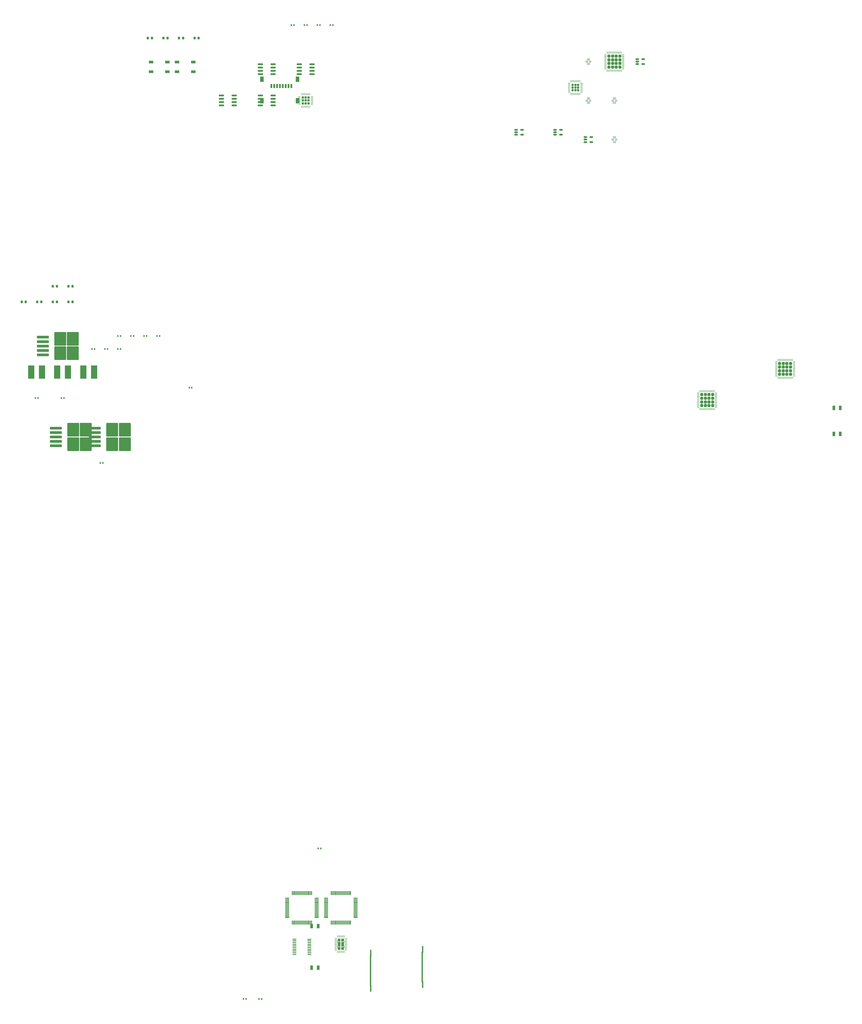
<source format=gtp>
%TF.GenerationSoftware,KiCad,Pcbnew,9.0.6*%
%TF.CreationDate,2025-12-01T13:51:19+09:00*%
%TF.ProjectId,fcBoard,6663426f-6172-4642-9e6b-696361645f70,0.2*%
%TF.SameCoordinates,Original*%
%TF.FileFunction,Paste,Top*%
%TF.FilePolarity,Positive*%
%FSLAX46Y46*%
G04 Gerber Fmt 4.6, Leading zero omitted, Abs format (unit mm)*
G04 Created by KiCad (PCBNEW 9.0.6) date 2025-12-01 13:51:19*
%MOMM*%
%LPD*%
G01*
G04 APERTURE LIST*
G04 Aperture macros list*
%AMRoundRect*
0 Rectangle with rounded corners*
0 $1 Rounding radius*
0 $2 $3 $4 $5 $6 $7 $8 $9 X,Y pos of 4 corners*
0 Add a 4 corners polygon primitive as box body*
4,1,4,$2,$3,$4,$5,$6,$7,$8,$9,$2,$3,0*
0 Add four circle primitives for the rounded corners*
1,1,$1+$1,$2,$3*
1,1,$1+$1,$4,$5*
1,1,$1+$1,$6,$7*
1,1,$1+$1,$8,$9*
0 Add four rect primitives between the rounded corners*
20,1,$1+$1,$2,$3,$4,$5,0*
20,1,$1+$1,$4,$5,$6,$7,0*
20,1,$1+$1,$6,$7,$8,$9,0*
20,1,$1+$1,$8,$9,$2,$3,0*%
G04 Aperture macros list end*
%ADD10RoundRect,0.218750X-0.218750X-0.256250X0.218750X-0.256250X0.218750X0.256250X-0.218750X0.256250X0*%
%ADD11RoundRect,0.100000X-0.637500X-0.100000X0.637500X-0.100000X0.637500X0.100000X-0.637500X0.100000X0*%
%ADD12RoundRect,0.207500X-0.207500X-0.207500X0.207500X-0.207500X0.207500X0.207500X-0.207500X0.207500X0*%
%ADD13RoundRect,0.062500X-0.375000X-0.062500X0.375000X-0.062500X0.375000X0.062500X-0.375000X0.062500X0*%
%ADD14RoundRect,0.062500X-0.062500X-0.375000X0.062500X-0.375000X0.062500X0.375000X-0.062500X0.375000X0*%
%ADD15RoundRect,0.075000X-0.700000X-0.075000X0.700000X-0.075000X0.700000X0.075000X-0.700000X0.075000X0*%
%ADD16RoundRect,0.075000X-0.075000X-0.700000X0.075000X-0.700000X0.075000X0.700000X-0.075000X0.700000X0*%
%ADD17R,1.000000X1.800000*%
%ADD18RoundRect,0.150000X-0.512500X-0.150000X0.512500X-0.150000X0.512500X0.150000X-0.512500X0.150000X0*%
%ADD19RoundRect,0.135000X-0.135000X-0.185000X0.135000X-0.185000X0.135000X0.185000X-0.135000X0.185000X0*%
%ADD20RoundRect,0.250000X-2.025000X-2.375000X2.025000X-2.375000X2.025000X2.375000X-2.025000X2.375000X0*%
%ADD21RoundRect,0.250000X-2.050000X-0.300000X2.050000X-0.300000X2.050000X0.300000X-2.050000X0.300000X0*%
%ADD22R,2.350000X5.100000*%
%ADD23RoundRect,0.150000X-0.825000X-0.150000X0.825000X-0.150000X0.825000X0.150000X-0.825000X0.150000X0*%
%ADD24RoundRect,0.140000X-0.140000X-0.170000X0.140000X-0.170000X0.140000X0.170000X-0.140000X0.170000X0*%
%ADD25RoundRect,0.250000X-0.315000X-0.315000X0.315000X-0.315000X0.315000X0.315000X-0.315000X0.315000X0*%
%ADD26RoundRect,0.225000X-0.225000X-0.225000X0.225000X-0.225000X0.225000X0.225000X-0.225000X0.225000X0*%
%ADD27RoundRect,0.062500X-0.337500X-0.062500X0.337500X-0.062500X0.337500X0.062500X-0.337500X0.062500X0*%
%ADD28RoundRect,0.062500X-0.062500X-0.337500X0.062500X-0.337500X0.062500X0.337500X-0.062500X0.337500X0*%
%ADD29R,0.800000X1.500000*%
%ADD30R,1.450000X2.000000*%
%ADD31R,1.700000X1.000000*%
%ADD32RoundRect,0.050000X-0.437500X-0.050000X0.437500X-0.050000X0.437500X0.050000X-0.437500X0.050000X0*%
%ADD33RoundRect,0.050000X-0.337500X-0.050000X0.337500X-0.050000X0.337500X0.050000X-0.337500X0.050000X0*%
%ADD34RoundRect,0.050000X-0.050000X-0.337500X0.050000X-0.337500X0.050000X0.337500X-0.050000X0.337500X0*%
%ADD35RoundRect,0.250000X-0.295000X-0.295000X0.295000X-0.295000X0.295000X0.295000X-0.295000X0.295000X0*%
%ADD36RoundRect,0.062500X-0.350000X-0.062500X0.350000X-0.062500X0.350000X0.062500X-0.350000X0.062500X0*%
%ADD37RoundRect,0.062500X-0.062500X-0.350000X0.062500X-0.350000X0.062500X0.350000X-0.062500X0.350000X0*%
%ADD38R,0.500000X2.800000*%
%ADD39R,0.600000X2.600000*%
G04 APERTURE END LIST*
D10*
%TO.C,D16*%
X32467500Y-128945000D03*
X34042500Y-128945000D03*
%TD*%
D11*
%TO.C,U42*%
X119507500Y-374215000D03*
X119507500Y-374865000D03*
X119507500Y-375515000D03*
X119507500Y-376165000D03*
X119507500Y-376815000D03*
X119507500Y-377465000D03*
X119507500Y-378115000D03*
X119507500Y-378765000D03*
X119507500Y-379415000D03*
X119507500Y-380065000D03*
X125232500Y-380065000D03*
X125232500Y-379415000D03*
X125232500Y-378765000D03*
X125232500Y-378115000D03*
X125232500Y-377465000D03*
X125232500Y-376815000D03*
X125232500Y-376165000D03*
X125232500Y-375515000D03*
X125232500Y-374865000D03*
X125232500Y-374215000D03*
%TD*%
D12*
%TO.C,U1*%
X226640000Y-45480000D03*
X226640000Y-46510000D03*
X226640000Y-47540000D03*
X227670000Y-45480000D03*
X227670000Y-46510000D03*
X227670000Y-47540000D03*
X228700000Y-45480000D03*
X228700000Y-46510000D03*
X228700000Y-47540000D03*
D13*
X225232500Y-44760000D03*
X225232500Y-45260000D03*
X225232500Y-45760000D03*
X225232500Y-46260000D03*
X225232500Y-46760000D03*
X225232500Y-47260000D03*
X225232500Y-47760000D03*
X225232500Y-48260000D03*
D14*
X225920000Y-48947500D03*
X226420000Y-48947500D03*
X226920000Y-48947500D03*
X227420000Y-48947500D03*
X227920000Y-48947500D03*
X228420000Y-48947500D03*
X228920000Y-48947500D03*
X229420000Y-48947500D03*
D13*
X230107500Y-48260000D03*
X230107500Y-47760000D03*
X230107500Y-47260000D03*
X230107500Y-46760000D03*
X230107500Y-46260000D03*
X230107500Y-45760000D03*
X230107500Y-45260000D03*
X230107500Y-44760000D03*
D14*
X229420000Y-44072500D03*
X228920000Y-44072500D03*
X228420000Y-44072500D03*
X227920000Y-44072500D03*
X227420000Y-44072500D03*
X226920000Y-44072500D03*
X226420000Y-44072500D03*
X225920000Y-44072500D03*
%TD*%
D15*
%TO.C,U43*%
X131695000Y-358390000D03*
X131695000Y-358890000D03*
X131695000Y-359390000D03*
X131695000Y-359890000D03*
X131695000Y-360390000D03*
X131695000Y-360890000D03*
X131695000Y-361390000D03*
X131695000Y-361890000D03*
X131695000Y-362390000D03*
X131695000Y-362890000D03*
X131695000Y-363390000D03*
X131695000Y-363890000D03*
X131695000Y-364390000D03*
X131695000Y-364890000D03*
X131695000Y-365390000D03*
X131695000Y-365890000D03*
D16*
X133620000Y-367815000D03*
X134120000Y-367815000D03*
X134620000Y-367815000D03*
X135120000Y-367815000D03*
X135620000Y-367815000D03*
X136120000Y-367815000D03*
X136620000Y-367815000D03*
X137120000Y-367815000D03*
X137620000Y-367815000D03*
X138120000Y-367815000D03*
X138620000Y-367815000D03*
X139120000Y-367815000D03*
X139620000Y-367815000D03*
X140120000Y-367815000D03*
X140620000Y-367815000D03*
X141120000Y-367815000D03*
D15*
X143045000Y-365890000D03*
X143045000Y-365390000D03*
X143045000Y-364890000D03*
X143045000Y-364390000D03*
X143045000Y-363890000D03*
X143045000Y-363390000D03*
X143045000Y-362890000D03*
X143045000Y-362390000D03*
X143045000Y-361890000D03*
X143045000Y-361390000D03*
X143045000Y-360890000D03*
X143045000Y-360390000D03*
X143045000Y-359890000D03*
X143045000Y-359390000D03*
X143045000Y-358890000D03*
X143045000Y-358390000D03*
D16*
X141120000Y-356465000D03*
X140620000Y-356465000D03*
X140120000Y-356465000D03*
X139620000Y-356465000D03*
X139120000Y-356465000D03*
X138620000Y-356465000D03*
X138120000Y-356465000D03*
X137620000Y-356465000D03*
X137120000Y-356465000D03*
X136620000Y-356465000D03*
X136120000Y-356465000D03*
X135620000Y-356465000D03*
X135120000Y-356465000D03*
X134620000Y-356465000D03*
X134120000Y-356465000D03*
X133620000Y-356465000D03*
%TD*%
D17*
%TO.C,Y10*%
X128620000Y-385140000D03*
X126120000Y-385140000D03*
%TD*%
%TO.C,Y9*%
X128620000Y-369140000D03*
X126120000Y-369140000D03*
%TD*%
D18*
%TO.C,U8*%
X251532500Y-35560000D03*
X251532500Y-36510000D03*
X251532500Y-37460000D03*
X253807500Y-37460000D03*
X253807500Y-35560000D03*
%TD*%
D19*
%TO.C,R4*%
X133315000Y-22445000D03*
X134335000Y-22445000D03*
%TD*%
D17*
%TO.C,Y2*%
X329650000Y-179740000D03*
X327150000Y-179740000D03*
%TD*%
D19*
%TO.C,R20*%
X46545000Y-147115000D03*
X47565000Y-147115000D03*
%TD*%
%TO.C,R3*%
X128315000Y-22445000D03*
X129335000Y-22445000D03*
%TD*%
%TO.C,R2*%
X123315000Y-22445000D03*
X124335000Y-22445000D03*
%TD*%
D20*
%TO.C,U26*%
X29330000Y-143170000D03*
X29330000Y-148720000D03*
X34180000Y-143170000D03*
X34180000Y-148720000D03*
D21*
X22605000Y-142545000D03*
X22605000Y-144245000D03*
X22605000Y-145945000D03*
X22605000Y-147645000D03*
X22605000Y-149345000D03*
%TD*%
D19*
%TO.C,R1*%
X118315000Y-22445000D03*
X119335000Y-22445000D03*
%TD*%
D17*
%TO.C,Y1*%
X329650000Y-169740000D03*
X327150000Y-169740000D03*
%TD*%
D22*
%TO.C,L6*%
X38180000Y-155945000D03*
X42330000Y-155945000D03*
%TD*%
D10*
%TO.C,D12*%
X32467500Y-122945000D03*
X34042500Y-122945000D03*
%TD*%
D23*
%TO.C,U13*%
X106350000Y-37540000D03*
X106350000Y-38810000D03*
X106350000Y-40080000D03*
X106350000Y-41350000D03*
X111300000Y-41350000D03*
X111300000Y-40080000D03*
X111300000Y-38810000D03*
X111300000Y-37540000D03*
%TD*%
D18*
%TO.C,U9*%
X204865000Y-62730000D03*
X204865000Y-63680000D03*
X204865000Y-64630000D03*
X207140000Y-64630000D03*
X207140000Y-62730000D03*
%TD*%
D22*
%TO.C,L5*%
X28180000Y-155945000D03*
X32330000Y-155945000D03*
%TD*%
D10*
%TO.C,D11*%
X26467500Y-122945000D03*
X28042500Y-122945000D03*
%TD*%
D24*
%TO.C,C37*%
X105890000Y-397140000D03*
X106850000Y-397140000D03*
%TD*%
%TO.C,C23*%
X44775000Y-190945000D03*
X45735000Y-190945000D03*
%TD*%
D20*
%TO.C,U28*%
X49330000Y-178170000D03*
X49330000Y-183720000D03*
X54180000Y-178170000D03*
X54180000Y-183720000D03*
D21*
X42605000Y-177545000D03*
X42605000Y-179245000D03*
X42605000Y-180945000D03*
X42605000Y-182645000D03*
X42605000Y-184345000D03*
%TD*%
D25*
%TO.C,U11*%
X306300000Y-152640000D03*
X306300000Y-154040000D03*
X306300000Y-155440000D03*
X306300000Y-156840000D03*
X307700000Y-152640000D03*
X307700000Y-154040000D03*
X307700000Y-155440000D03*
X307700000Y-156840000D03*
X309100000Y-152640000D03*
X309100000Y-154040000D03*
X309100000Y-155440000D03*
X309100000Y-156840000D03*
X310500000Y-152640000D03*
X310500000Y-154040000D03*
X310500000Y-155440000D03*
X310500000Y-156840000D03*
D13*
X304962500Y-151990000D03*
X304962500Y-152490000D03*
X304962500Y-152990000D03*
X304962500Y-153490000D03*
X304962500Y-153990000D03*
X304962500Y-154490000D03*
X304962500Y-154990000D03*
X304962500Y-155490000D03*
X304962500Y-155990000D03*
X304962500Y-156490000D03*
X304962500Y-156990000D03*
X304962500Y-157490000D03*
D14*
X305650000Y-158177500D03*
X306150000Y-158177500D03*
X306650000Y-158177500D03*
X307150000Y-158177500D03*
X307650000Y-158177500D03*
X308150000Y-158177500D03*
X308650000Y-158177500D03*
X309150000Y-158177500D03*
X309650000Y-158177500D03*
X310150000Y-158177500D03*
X310650000Y-158177500D03*
X311150000Y-158177500D03*
D13*
X311837500Y-157490000D03*
X311837500Y-156990000D03*
X311837500Y-156490000D03*
X311837500Y-155990000D03*
X311837500Y-155490000D03*
X311837500Y-154990000D03*
X311837500Y-154490000D03*
X311837500Y-153990000D03*
X311837500Y-153490000D03*
X311837500Y-152990000D03*
X311837500Y-152490000D03*
X311837500Y-151990000D03*
D14*
X311150000Y-151302500D03*
X310650000Y-151302500D03*
X310150000Y-151302500D03*
X309650000Y-151302500D03*
X309150000Y-151302500D03*
X308650000Y-151302500D03*
X308150000Y-151302500D03*
X307650000Y-151302500D03*
X307150000Y-151302500D03*
X306650000Y-151302500D03*
X306150000Y-151302500D03*
X305650000Y-151302500D03*
%TD*%
D19*
%TO.C,R17*%
X61545000Y-142115000D03*
X62565000Y-142115000D03*
%TD*%
D26*
%TO.C,U17*%
X122705000Y-50325000D03*
X122705000Y-51445000D03*
X122705000Y-52565000D03*
X123825000Y-50325000D03*
X123825000Y-51445000D03*
X123825000Y-52565000D03*
X124945000Y-50325000D03*
X124945000Y-51445000D03*
X124945000Y-52565000D03*
D27*
X121375000Y-49945000D03*
X121375000Y-50445000D03*
X121375000Y-50945000D03*
X121375000Y-51445000D03*
X121375000Y-51945000D03*
X121375000Y-52445000D03*
X121375000Y-52945000D03*
D28*
X122325000Y-53895000D03*
X122825000Y-53895000D03*
X123325000Y-53895000D03*
X123825000Y-53895000D03*
X124325000Y-53895000D03*
X124825000Y-53895000D03*
X125325000Y-53895000D03*
D27*
X126275000Y-52945000D03*
X126275000Y-52445000D03*
X126275000Y-51945000D03*
X126275000Y-51445000D03*
X126275000Y-50945000D03*
X126275000Y-50445000D03*
X126275000Y-49945000D03*
D28*
X125325000Y-48995000D03*
X124825000Y-48995000D03*
X124325000Y-48995000D03*
X123825000Y-48995000D03*
X123325000Y-48995000D03*
X122825000Y-48995000D03*
X122325000Y-48995000D03*
%TD*%
D19*
%TO.C,R16*%
X56545000Y-142115000D03*
X57565000Y-142115000D03*
%TD*%
D18*
%TO.C,U7*%
X231532500Y-65560000D03*
X231532500Y-66510000D03*
X231532500Y-67460000D03*
X233807500Y-67460000D03*
X233807500Y-65560000D03*
%TD*%
D10*
%TO.C,D3*%
X75037500Y-27445000D03*
X76612500Y-27445000D03*
%TD*%
D25*
%TO.C,U12*%
X276300000Y-164640000D03*
X276300000Y-166040000D03*
X276300000Y-167440000D03*
X276300000Y-168840000D03*
X277700000Y-164640000D03*
X277700000Y-166040000D03*
X277700000Y-167440000D03*
X277700000Y-168840000D03*
X279100000Y-164640000D03*
X279100000Y-166040000D03*
X279100000Y-167440000D03*
X279100000Y-168840000D03*
X280500000Y-164640000D03*
X280500000Y-166040000D03*
X280500000Y-167440000D03*
X280500000Y-168840000D03*
D13*
X274962500Y-163990000D03*
X274962500Y-164490000D03*
X274962500Y-164990000D03*
X274962500Y-165490000D03*
X274962500Y-165990000D03*
X274962500Y-166490000D03*
X274962500Y-166990000D03*
X274962500Y-167490000D03*
X274962500Y-167990000D03*
X274962500Y-168490000D03*
X274962500Y-168990000D03*
X274962500Y-169490000D03*
D14*
X275650000Y-170177500D03*
X276150000Y-170177500D03*
X276650000Y-170177500D03*
X277150000Y-170177500D03*
X277650000Y-170177500D03*
X278150000Y-170177500D03*
X278650000Y-170177500D03*
X279150000Y-170177500D03*
X279650000Y-170177500D03*
X280150000Y-170177500D03*
X280650000Y-170177500D03*
X281150000Y-170177500D03*
D13*
X281837500Y-169490000D03*
X281837500Y-168990000D03*
X281837500Y-168490000D03*
X281837500Y-167990000D03*
X281837500Y-167490000D03*
X281837500Y-166990000D03*
X281837500Y-166490000D03*
X281837500Y-165990000D03*
X281837500Y-165490000D03*
X281837500Y-164990000D03*
X281837500Y-164490000D03*
X281837500Y-163990000D03*
D14*
X281150000Y-163302500D03*
X280650000Y-163302500D03*
X280150000Y-163302500D03*
X279650000Y-163302500D03*
X279150000Y-163302500D03*
X278650000Y-163302500D03*
X278150000Y-163302500D03*
X277650000Y-163302500D03*
X277150000Y-163302500D03*
X276650000Y-163302500D03*
X276150000Y-163302500D03*
X275650000Y-163302500D03*
%TD*%
D19*
%TO.C,R18*%
X66545000Y-142115000D03*
X67565000Y-142115000D03*
%TD*%
D29*
%TO.C,J11*%
X110625000Y-45895000D03*
X111725000Y-45895000D03*
X112825000Y-45895000D03*
X113925000Y-45895000D03*
X115025000Y-45895000D03*
X116125000Y-45895000D03*
X117225000Y-45895000D03*
X118325000Y-45895000D03*
D30*
X106950000Y-43295000D03*
X106950000Y-51595000D03*
X120700000Y-43295000D03*
X120700000Y-51595000D03*
%TD*%
D31*
%TO.C,SW2*%
X74280000Y-36630000D03*
X80580000Y-36630000D03*
X74280000Y-40430000D03*
X80580000Y-40430000D03*
%TD*%
D10*
%TO.C,D4*%
X81037500Y-27445000D03*
X82612500Y-27445000D03*
%TD*%
D32*
%TO.C,U5*%
X232107500Y-36310000D03*
D33*
X232007500Y-36710000D03*
D34*
X232270000Y-37372500D03*
X232670000Y-37372500D03*
X233070000Y-37372500D03*
D33*
X233332500Y-36710000D03*
X233332500Y-36310000D03*
D34*
X233070000Y-35647500D03*
X232670000Y-35647500D03*
X232270000Y-35647500D03*
%TD*%
D25*
%TO.C,U2*%
X240570000Y-34410000D03*
X240570000Y-35810000D03*
X240570000Y-37210000D03*
X240570000Y-38610000D03*
X241970000Y-34410000D03*
X241970000Y-35810000D03*
X241970000Y-37210000D03*
X241970000Y-38610000D03*
X243370000Y-34410000D03*
X243370000Y-35810000D03*
X243370000Y-37210000D03*
X243370000Y-38610000D03*
X244770000Y-34410000D03*
X244770000Y-35810000D03*
X244770000Y-37210000D03*
X244770000Y-38610000D03*
D13*
X239232500Y-33760000D03*
X239232500Y-34260000D03*
X239232500Y-34760000D03*
X239232500Y-35260000D03*
X239232500Y-35760000D03*
X239232500Y-36260000D03*
X239232500Y-36760000D03*
X239232500Y-37260000D03*
X239232500Y-37760000D03*
X239232500Y-38260000D03*
X239232500Y-38760000D03*
X239232500Y-39260000D03*
D14*
X239920000Y-39947500D03*
X240420000Y-39947500D03*
X240920000Y-39947500D03*
X241420000Y-39947500D03*
X241920000Y-39947500D03*
X242420000Y-39947500D03*
X242920000Y-39947500D03*
X243420000Y-39947500D03*
X243920000Y-39947500D03*
X244420000Y-39947500D03*
X244920000Y-39947500D03*
X245420000Y-39947500D03*
D13*
X246107500Y-39260000D03*
X246107500Y-38760000D03*
X246107500Y-38260000D03*
X246107500Y-37760000D03*
X246107500Y-37260000D03*
X246107500Y-36760000D03*
X246107500Y-36260000D03*
X246107500Y-35760000D03*
X246107500Y-35260000D03*
X246107500Y-34760000D03*
X246107500Y-34260000D03*
X246107500Y-33760000D03*
D14*
X245420000Y-33072500D03*
X244920000Y-33072500D03*
X244420000Y-33072500D03*
X243920000Y-33072500D03*
X243420000Y-33072500D03*
X242920000Y-33072500D03*
X242420000Y-33072500D03*
X241920000Y-33072500D03*
X241420000Y-33072500D03*
X240920000Y-33072500D03*
X240420000Y-33072500D03*
X239920000Y-33072500D03*
%TD*%
D32*
%TO.C,U4*%
X242107500Y-66310000D03*
D33*
X242007500Y-66710000D03*
D34*
X242270000Y-67372500D03*
X242670000Y-67372500D03*
X243070000Y-67372500D03*
D33*
X243332500Y-66710000D03*
X243332500Y-66310000D03*
D34*
X243070000Y-65647500D03*
X242670000Y-65647500D03*
X242270000Y-65647500D03*
%TD*%
D18*
%TO.C,U10*%
X219865000Y-62730000D03*
X219865000Y-63680000D03*
X219865000Y-64630000D03*
X222140000Y-64630000D03*
X222140000Y-62730000D03*
%TD*%
D19*
%TO.C,R15*%
X51545000Y-142115000D03*
X52565000Y-142115000D03*
%TD*%
%TO.C,R21*%
X51545000Y-147115000D03*
X52565000Y-147115000D03*
%TD*%
D10*
%TO.C,D14*%
X20467500Y-128945000D03*
X22042500Y-128945000D03*
%TD*%
%TO.C,D13*%
X14467500Y-128945000D03*
X16042500Y-128945000D03*
%TD*%
D24*
%TO.C,C20*%
X19775000Y-165945000D03*
X20735000Y-165945000D03*
%TD*%
D23*
%TO.C,U14*%
X121350000Y-37540000D03*
X121350000Y-38810000D03*
X121350000Y-40080000D03*
X121350000Y-41350000D03*
X126300000Y-41350000D03*
X126300000Y-40080000D03*
X126300000Y-38810000D03*
X126300000Y-37540000D03*
%TD*%
D35*
%TO.C,U44*%
X136695000Y-376465000D03*
X136695000Y-377815000D03*
X138045000Y-376465000D03*
X138045000Y-377815000D03*
D36*
X135407500Y-375890000D03*
X135407500Y-376390000D03*
X135407500Y-376890000D03*
X135407500Y-377390000D03*
X135407500Y-377890000D03*
X135407500Y-378390000D03*
D37*
X136120000Y-379102500D03*
X136620000Y-379102500D03*
X137120000Y-379102500D03*
X137620000Y-379102500D03*
X138120000Y-379102500D03*
X138620000Y-379102500D03*
D36*
X139332500Y-378390000D03*
X139332500Y-377890000D03*
X139332500Y-377390000D03*
X139332500Y-376890000D03*
X139332500Y-376390000D03*
X139332500Y-375890000D03*
D37*
X138620000Y-375177500D03*
X138120000Y-375177500D03*
X137620000Y-375177500D03*
X137120000Y-375177500D03*
X136620000Y-375177500D03*
X136120000Y-375177500D03*
%TD*%
D20*
%TO.C,U27*%
X34330000Y-178170000D03*
X34330000Y-183720000D03*
X39180000Y-178170000D03*
X39180000Y-183720000D03*
D21*
X27605000Y-177545000D03*
X27605000Y-179245000D03*
X27605000Y-180945000D03*
X27605000Y-182645000D03*
X27605000Y-184345000D03*
%TD*%
D10*
%TO.C,D2*%
X69037500Y-27445000D03*
X70612500Y-27445000D03*
%TD*%
D31*
%TO.C,SW1*%
X64280000Y-36630000D03*
X70580000Y-36630000D03*
X64280000Y-40430000D03*
X70580000Y-40430000D03*
%TD*%
D35*
%TO.C,U45*%
X136695000Y-374465000D03*
X136695000Y-375815000D03*
X138045000Y-374465000D03*
X138045000Y-375815000D03*
D36*
X135407500Y-373890000D03*
X135407500Y-374390000D03*
X135407500Y-374890000D03*
X135407500Y-375390000D03*
X135407500Y-375890000D03*
X135407500Y-376390000D03*
D37*
X136120000Y-377102500D03*
X136620000Y-377102500D03*
X137120000Y-377102500D03*
X137620000Y-377102500D03*
X138120000Y-377102500D03*
X138620000Y-377102500D03*
D36*
X139332500Y-376390000D03*
X139332500Y-375890000D03*
X139332500Y-375390000D03*
X139332500Y-374890000D03*
X139332500Y-374390000D03*
X139332500Y-373890000D03*
D37*
X138620000Y-373177500D03*
X138120000Y-373177500D03*
X137620000Y-373177500D03*
X137120000Y-373177500D03*
X136620000Y-373177500D03*
X136120000Y-373177500D03*
%TD*%
D15*
%TO.C,U41*%
X116695000Y-358390000D03*
X116695000Y-358890000D03*
X116695000Y-359390000D03*
X116695000Y-359890000D03*
X116695000Y-360390000D03*
X116695000Y-360890000D03*
X116695000Y-361390000D03*
X116695000Y-361890000D03*
X116695000Y-362390000D03*
X116695000Y-362890000D03*
X116695000Y-363390000D03*
X116695000Y-363890000D03*
X116695000Y-364390000D03*
X116695000Y-364890000D03*
X116695000Y-365390000D03*
X116695000Y-365890000D03*
D16*
X118620000Y-367815000D03*
X119120000Y-367815000D03*
X119620000Y-367815000D03*
X120120000Y-367815000D03*
X120620000Y-367815000D03*
X121120000Y-367815000D03*
X121620000Y-367815000D03*
X122120000Y-367815000D03*
X122620000Y-367815000D03*
X123120000Y-367815000D03*
X123620000Y-367815000D03*
X124120000Y-367815000D03*
X124620000Y-367815000D03*
X125120000Y-367815000D03*
X125620000Y-367815000D03*
X126120000Y-367815000D03*
D15*
X128045000Y-365890000D03*
X128045000Y-365390000D03*
X128045000Y-364890000D03*
X128045000Y-364390000D03*
X128045000Y-363890000D03*
X128045000Y-363390000D03*
X128045000Y-362890000D03*
X128045000Y-362390000D03*
X128045000Y-361890000D03*
X128045000Y-361390000D03*
X128045000Y-360890000D03*
X128045000Y-360390000D03*
X128045000Y-359890000D03*
X128045000Y-359390000D03*
X128045000Y-358890000D03*
X128045000Y-358390000D03*
D16*
X126120000Y-356465000D03*
X125620000Y-356465000D03*
X125120000Y-356465000D03*
X124620000Y-356465000D03*
X124120000Y-356465000D03*
X123620000Y-356465000D03*
X123120000Y-356465000D03*
X122620000Y-356465000D03*
X122120000Y-356465000D03*
X121620000Y-356465000D03*
X121120000Y-356465000D03*
X120620000Y-356465000D03*
X120120000Y-356465000D03*
X119620000Y-356465000D03*
X119120000Y-356465000D03*
X118620000Y-356465000D03*
%TD*%
D19*
%TO.C,R24*%
X128620000Y-339290000D03*
X129640000Y-339290000D03*
%TD*%
%TO.C,R19*%
X41545000Y-147115000D03*
X42565000Y-147115000D03*
%TD*%
D23*
%TO.C,U15*%
X91350000Y-49540000D03*
X91350000Y-50810000D03*
X91350000Y-52080000D03*
X91350000Y-53350000D03*
X96300000Y-53350000D03*
X96300000Y-52080000D03*
X96300000Y-50810000D03*
X96300000Y-49540000D03*
%TD*%
D38*
%TO.C,J23*%
X168720000Y-389400000D03*
X168720000Y-388400000D03*
X168720000Y-387400000D03*
X168720000Y-386400000D03*
X168720000Y-385400000D03*
X168720000Y-384400000D03*
X168720000Y-383400000D03*
X168720000Y-382400000D03*
X168720000Y-381400000D03*
X168720000Y-380400000D03*
D39*
X168820000Y-391675000D03*
X168820000Y-378125000D03*
%TD*%
D32*
%TO.C,U6*%
X232107500Y-51310000D03*
D33*
X232007500Y-51710000D03*
D34*
X232270000Y-52372500D03*
X232670000Y-52372500D03*
X233070000Y-52372500D03*
D33*
X233332500Y-51710000D03*
X233332500Y-51310000D03*
D34*
X233070000Y-50647500D03*
X232670000Y-50647500D03*
X232270000Y-50647500D03*
%TD*%
D24*
%TO.C,C22*%
X79030000Y-162010000D03*
X79990000Y-162010000D03*
%TD*%
D10*
%TO.C,D15*%
X26467500Y-128945000D03*
X28042500Y-128945000D03*
%TD*%
D23*
%TO.C,U16*%
X106350000Y-49540000D03*
X106350000Y-50810000D03*
X106350000Y-52080000D03*
X106350000Y-53350000D03*
X111300000Y-53350000D03*
X111300000Y-52080000D03*
X111300000Y-50810000D03*
X111300000Y-49540000D03*
%TD*%
D24*
%TO.C,C36*%
X99890000Y-397140000D03*
X100850000Y-397140000D03*
%TD*%
D32*
%TO.C,U3*%
X242107500Y-51310000D03*
D33*
X242007500Y-51710000D03*
D34*
X242270000Y-52372500D03*
X242670000Y-52372500D03*
X243070000Y-52372500D03*
D33*
X243332500Y-51710000D03*
X243332500Y-51310000D03*
D34*
X243070000Y-50647500D03*
X242670000Y-50647500D03*
X242270000Y-50647500D03*
%TD*%
D10*
%TO.C,D1*%
X63037500Y-27445000D03*
X64612500Y-27445000D03*
%TD*%
D38*
%TO.C,J24*%
X148800000Y-390815000D03*
X148800000Y-389815000D03*
X148800000Y-388815000D03*
X148800000Y-387815000D03*
X148800000Y-386815000D03*
X148800000Y-385815000D03*
X148800000Y-384815000D03*
X148800000Y-383815000D03*
X148800000Y-382815000D03*
X148800000Y-381815000D03*
D39*
X148900000Y-393090000D03*
X148900000Y-379540000D03*
%TD*%
D24*
%TO.C,C21*%
X29775000Y-165945000D03*
X30735000Y-165945000D03*
%TD*%
D22*
%TO.C,L4*%
X18180000Y-155945000D03*
X22330000Y-155945000D03*
%TD*%
M02*

</source>
